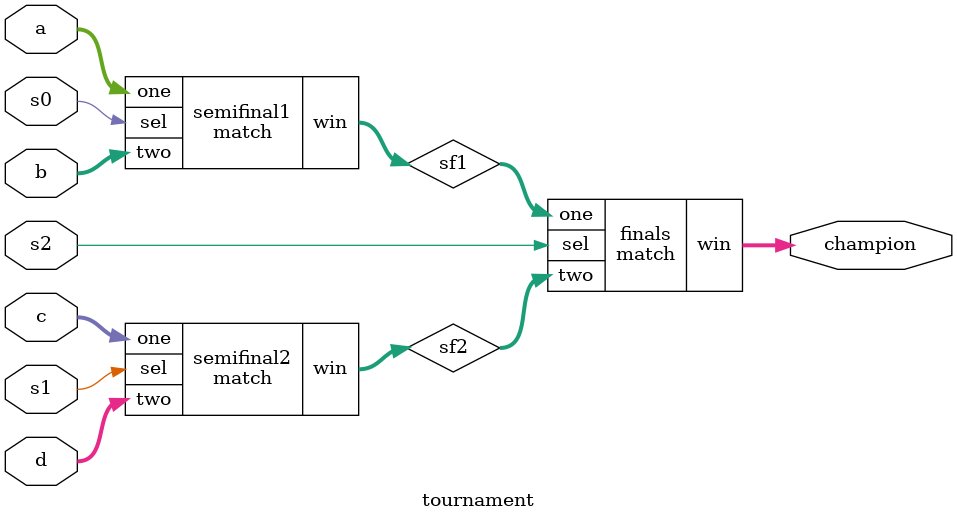
<source format=v>
module match(win,one,two,sel);
	input [1:0]one;
	input [1:0]two;
	input sel;
	output [1:0]win;
	assign win=(sel)?two:one;
	//0 means team one wins,1 means team 2 wins
endmodule

module tournament(champion,a,b,c,d,s2,s1,s0);
	input [1:0]a;
	input[1:0]b;
	input [1:0]c;
	input[1:0]d;
	input s2;
	input s1;
	input s0;
	output [1:0]champion;
	wire [1:0]sf1;
	wire [1:0]sf2;
	match semifinal1(sf1,a,b,s0);
	//semifinal match between a and b team
	match semifinal2(sf2,c,d,s1);
	//semifinal match between c and d team
	match finals(champion ,sf1,sf2,s2);
	//final is between winner of sf1 and sf2
endmodule
</source>
